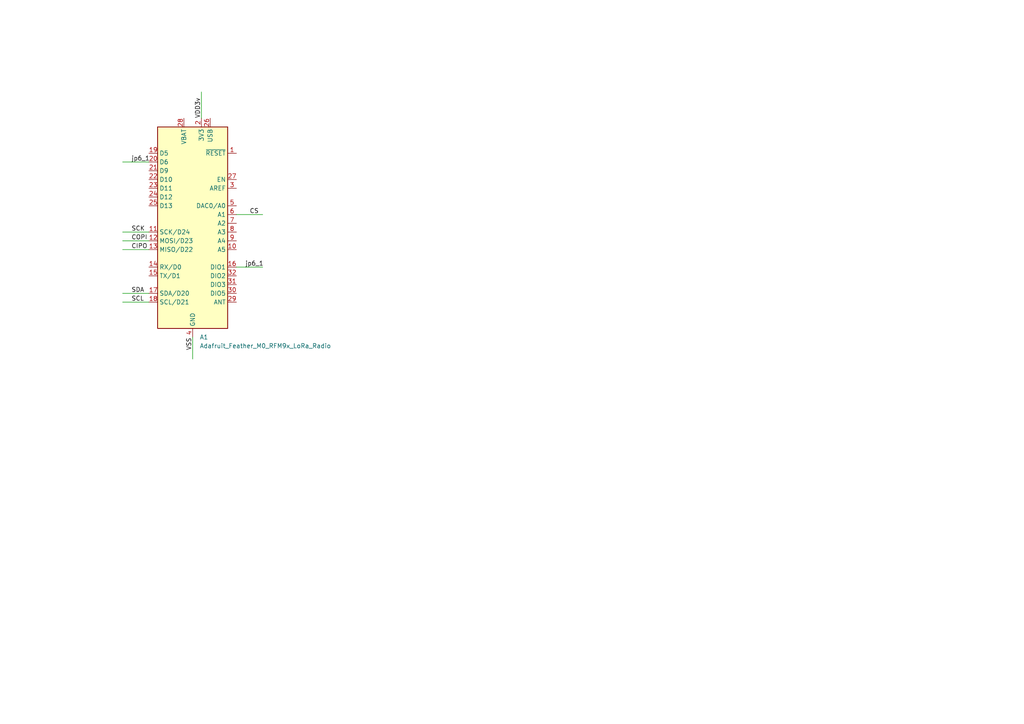
<source format=kicad_sch>
(kicad_sch (version 20211123) (generator eeschema)

  (uuid a6d1f5aa-794b-4c71-a9ef-7b4f7131babb)

  (paper "A4")

  (lib_symbols
    (symbol "MCU_Module:Adafruit_Feather_M0_RFM9x_LoRa_Radio" (in_bom yes) (on_board yes)
      (property "Reference" "A" (id 0) (at -10.16 29.21 0)
        (effects (font (size 1.27 1.27)) (justify left))
      )
      (property "Value" "Adafruit_Feather_M0_RFM9x_LoRa_Radio" (id 1) (at 2.54 -31.75 0)
        (effects (font (size 1.27 1.27)) (justify left))
      )
      (property "Footprint" "Module:Adafruit_Feather_M0_RFM" (id 2) (at 2.54 -34.29 0)
        (effects (font (size 1.27 1.27)) (justify left) hide)
      )
      (property "Datasheet" "https://cdn-learn.adafruit.com/downloads/pdf/adafruit-feather-m0-radio-with-lora-radio-module.pdf" (id 3) (at 0 -20.32 0)
        (effects (font (size 1.27 1.27)) hide)
      )
      (property "ki_keywords" "Adafruit feather microcontroller module USB M0 SAMD21 LoRa Radio" (id 4) (at 0 0 0)
        (effects (font (size 1.27 1.27)) hide)
      )
      (property "ki_description" "Microcontroller module with SAMD21 Cortex-M0 MCU and RFM9x Radio" (id 5) (at 0 0 0)
        (effects (font (size 1.27 1.27)) hide)
      )
      (property "ki_fp_filters" "Adafruit*Feather*" (id 6) (at 0 0 0)
        (effects (font (size 1.27 1.27)) hide)
      )
      (symbol "Adafruit_Feather_M0_RFM9x_LoRa_Radio_0_1"
        (rectangle (start -10.16 27.94) (end 10.16 -30.48)
          (stroke (width 0.254) (type default) (color 0 0 0 0))
          (fill (type background))
        )
      )
      (symbol "Adafruit_Feather_M0_RFM9x_LoRa_Radio_1_1"
        (pin input line (at 12.7 20.32 180) (length 2.54)
          (name "~{RESET}" (effects (font (size 1.27 1.27))))
          (number "1" (effects (font (size 1.27 1.27))))
        )
        (pin bidirectional line (at 12.7 -7.62 180) (length 2.54)
          (name "A5" (effects (font (size 1.27 1.27))))
          (number "10" (effects (font (size 1.27 1.27))))
        )
        (pin bidirectional line (at -12.7 -2.54 0) (length 2.54)
          (name "SCK/D24" (effects (font (size 1.27 1.27))))
          (number "11" (effects (font (size 1.27 1.27))))
        )
        (pin bidirectional line (at -12.7 -5.08 0) (length 2.54)
          (name "MOSI/D23" (effects (font (size 1.27 1.27))))
          (number "12" (effects (font (size 1.27 1.27))))
        )
        (pin bidirectional line (at -12.7 -7.62 0) (length 2.54)
          (name "MISO/D22" (effects (font (size 1.27 1.27))))
          (number "13" (effects (font (size 1.27 1.27))))
        )
        (pin bidirectional line (at -12.7 -12.7 0) (length 2.54)
          (name "RX/D0" (effects (font (size 1.27 1.27))))
          (number "14" (effects (font (size 1.27 1.27))))
        )
        (pin bidirectional line (at -12.7 -15.24 0) (length 2.54)
          (name "TX/D1" (effects (font (size 1.27 1.27))))
          (number "15" (effects (font (size 1.27 1.27))))
        )
        (pin bidirectional line (at 12.7 -12.7 180) (length 2.54)
          (name "DIO1" (effects (font (size 1.27 1.27))))
          (number "16" (effects (font (size 1.27 1.27))))
        )
        (pin bidirectional line (at -12.7 -20.32 0) (length 2.54)
          (name "SDA/D20" (effects (font (size 1.27 1.27))))
          (number "17" (effects (font (size 1.27 1.27))))
        )
        (pin bidirectional line (at -12.7 -22.86 0) (length 2.54)
          (name "SCL/D21" (effects (font (size 1.27 1.27))))
          (number "18" (effects (font (size 1.27 1.27))))
        )
        (pin bidirectional line (at -12.7 20.32 0) (length 2.54)
          (name "D5" (effects (font (size 1.27 1.27))))
          (number "19" (effects (font (size 1.27 1.27))))
        )
        (pin power_in line (at 2.54 30.48 270) (length 2.54)
          (name "3V3" (effects (font (size 1.27 1.27))))
          (number "2" (effects (font (size 1.27 1.27))))
        )
        (pin bidirectional line (at -12.7 17.78 0) (length 2.54)
          (name "D6" (effects (font (size 1.27 1.27))))
          (number "20" (effects (font (size 1.27 1.27))))
        )
        (pin bidirectional line (at -12.7 15.24 0) (length 2.54)
          (name "D9" (effects (font (size 1.27 1.27))))
          (number "21" (effects (font (size 1.27 1.27))))
        )
        (pin bidirectional line (at -12.7 12.7 0) (length 2.54)
          (name "D10" (effects (font (size 1.27 1.27))))
          (number "22" (effects (font (size 1.27 1.27))))
        )
        (pin bidirectional line (at -12.7 10.16 0) (length 2.54)
          (name "D11" (effects (font (size 1.27 1.27))))
          (number "23" (effects (font (size 1.27 1.27))))
        )
        (pin bidirectional line (at -12.7 7.62 0) (length 2.54)
          (name "D12" (effects (font (size 1.27 1.27))))
          (number "24" (effects (font (size 1.27 1.27))))
        )
        (pin bidirectional line (at -12.7 5.08 0) (length 2.54)
          (name "D13" (effects (font (size 1.27 1.27))))
          (number "25" (effects (font (size 1.27 1.27))))
        )
        (pin power_in line (at 5.08 30.48 270) (length 2.54)
          (name "USB" (effects (font (size 1.27 1.27))))
          (number "26" (effects (font (size 1.27 1.27))))
        )
        (pin input line (at 12.7 12.7 180) (length 2.54)
          (name "EN" (effects (font (size 1.27 1.27))))
          (number "27" (effects (font (size 1.27 1.27))))
        )
        (pin power_in line (at -2.54 30.48 270) (length 2.54)
          (name "VBAT" (effects (font (size 1.27 1.27))))
          (number "28" (effects (font (size 1.27 1.27))))
        )
        (pin bidirectional line (at 12.7 -22.86 180) (length 2.54)
          (name "ANT" (effects (font (size 1.27 1.27))))
          (number "29" (effects (font (size 1.27 1.27))))
        )
        (pin input line (at 12.7 10.16 180) (length 2.54)
          (name "AREF" (effects (font (size 1.27 1.27))))
          (number "3" (effects (font (size 1.27 1.27))))
        )
        (pin bidirectional line (at 12.7 -20.32 180) (length 2.54)
          (name "DIO5" (effects (font (size 1.27 1.27))))
          (number "30" (effects (font (size 1.27 1.27))))
        )
        (pin bidirectional line (at 12.7 -17.78 180) (length 2.54)
          (name "DIO3" (effects (font (size 1.27 1.27))))
          (number "31" (effects (font (size 1.27 1.27))))
        )
        (pin bidirectional line (at 12.7 -15.24 180) (length 2.54)
          (name "DIO2" (effects (font (size 1.27 1.27))))
          (number "32" (effects (font (size 1.27 1.27))))
        )
        (pin power_in line (at 0 -33.02 90) (length 2.54)
          (name "GND" (effects (font (size 1.27 1.27))))
          (number "4" (effects (font (size 1.27 1.27))))
        )
        (pin bidirectional line (at 12.7 5.08 180) (length 2.54)
          (name "DAC0/A0" (effects (font (size 1.27 1.27))))
          (number "5" (effects (font (size 1.27 1.27))))
        )
        (pin bidirectional line (at 12.7 2.54 180) (length 2.54)
          (name "A1" (effects (font (size 1.27 1.27))))
          (number "6" (effects (font (size 1.27 1.27))))
        )
        (pin bidirectional line (at 12.7 0 180) (length 2.54)
          (name "A2" (effects (font (size 1.27 1.27))))
          (number "7" (effects (font (size 1.27 1.27))))
        )
        (pin bidirectional line (at 12.7 -2.54 180) (length 2.54)
          (name "A3" (effects (font (size 1.27 1.27))))
          (number "8" (effects (font (size 1.27 1.27))))
        )
        (pin bidirectional line (at 12.7 -5.08 180) (length 2.54)
          (name "A4" (effects (font (size 1.27 1.27))))
          (number "9" (effects (font (size 1.27 1.27))))
        )
      )
    )
  )


  (wire (pts (xy 35.56 46.99) (xy 43.18 46.99))
    (stroke (width 0) (type default) (color 0 0 0 0))
    (uuid 02723f77-16e9-4a3b-8824-43dee1a1a861)
  )
  (wire (pts (xy 35.56 85.09) (xy 43.18 85.09))
    (stroke (width 0) (type default) (color 0 0 0 0))
    (uuid 03dd81e2-78f8-45c9-bced-22e8ebc47951)
  )
  (wire (pts (xy 35.56 87.63) (xy 43.18 87.63))
    (stroke (width 0) (type default) (color 0 0 0 0))
    (uuid 5ebff5a0-12e0-43c3-9469-9b55edbb2286)
  )
  (wire (pts (xy 35.56 67.31) (xy 43.18 67.31))
    (stroke (width 0) (type default) (color 0 0 0 0))
    (uuid 60bb1084-cd13-4996-9aa7-4f0958835db2)
  )
  (wire (pts (xy 35.56 72.39) (xy 43.18 72.39))
    (stroke (width 0) (type default) (color 0 0 0 0))
    (uuid 6811914b-4735-40b6-8219-af7633d36915)
  )
  (wire (pts (xy 68.58 77.47) (xy 76.2 77.47))
    (stroke (width 0) (type default) (color 0 0 0 0))
    (uuid 8128171b-8a39-440e-b525-15e490afe75e)
  )
  (wire (pts (xy 58.42 26.67) (xy 58.42 34.29))
    (stroke (width 0) (type default) (color 0 0 0 0))
    (uuid a01ad17b-1974-4907-9e52-9cb6a34d6105)
  )
  (wire (pts (xy 35.56 69.85) (xy 43.18 69.85))
    (stroke (width 0) (type default) (color 0 0 0 0))
    (uuid b03ea62f-94ac-4543-863c-d4c698586930)
  )
  (wire (pts (xy 55.88 97.79) (xy 55.88 104.14))
    (stroke (width 0) (type default) (color 0 0 0 0))
    (uuid bc3603f0-b8ae-4970-a38e-75e4404e7a03)
  )
  (wire (pts (xy 68.58 62.23) (xy 76.2 62.23))
    (stroke (width 0) (type default) (color 0 0 0 0))
    (uuid c49b4189-b565-4a6f-abea-5602d4987a73)
  )

  (label "VSS" (at 55.88 101.6 90)
    (effects (font (size 1.27 1.27)) (justify left bottom))
    (uuid 183d22c9-ef63-4b19-b3e6-fd1754a8a6ba)
  )
  (label "SCK" (at 38.1 67.31 0)
    (effects (font (size 1.27 1.27)) (justify left bottom))
    (uuid 1d603086-b2f9-4b3b-9220-dfea174ba26e)
  )
  (label "VDD3v" (at 58.42 34.29 90)
    (effects (font (size 1.27 1.27)) (justify left bottom))
    (uuid 39144d87-7cd4-4368-8d05-0cf29eb5c734)
  )
  (label "SCL" (at 38.1 87.63 0)
    (effects (font (size 1.27 1.27)) (justify left bottom))
    (uuid 438d3e39-523c-4804-b150-bc563b152dd0)
  )
  (label "CIPO" (at 38.1 72.39 0)
    (effects (font (size 1.27 1.27)) (justify left bottom))
    (uuid 4fdce382-c995-4ffb-8db4-266674a4c51b)
  )
  (label "SDA" (at 38.1 85.09 0)
    (effects (font (size 1.27 1.27)) (justify left bottom))
    (uuid 58fd12dc-c92b-49cb-8ae9-2ebf57823510)
  )
  (label "CS" (at 72.39 62.23 0)
    (effects (font (size 1.27 1.27)) (justify left bottom))
    (uuid 5ca304b7-5e92-4f6f-96ed-ace8e03c9820)
  )
  (label "jp6_1" (at 38.1 46.99 0)
    (effects (font (size 1.27 1.27)) (justify left bottom))
    (uuid 804c65e8-7cf5-4f9d-aef9-69bf50f9124c)
  )
  (label "COPI" (at 38.1 69.85 0)
    (effects (font (size 1.27 1.27)) (justify left bottom))
    (uuid ad0227cf-ad2e-4722-a334-bc7418bbacda)
  )
  (label "jp6_1" (at 71.12 77.47 0)
    (effects (font (size 1.27 1.27)) (justify left bottom))
    (uuid c6c9e9cc-efbc-4193-ad0a-ae3d834e92f7)
  )

  (symbol (lib_id "MCU_Module:Adafruit_Feather_M0_RFM9x_LoRa_Radio") (at 55.88 64.77 0) (unit 1)
    (in_bom yes) (on_board yes) (fields_autoplaced)
    (uuid 36d91d91-67b8-4c24-a49c-52db2c181307)
    (property "Reference" "A1" (id 0) (at 57.8994 97.79 0)
      (effects (font (size 1.27 1.27)) (justify left))
    )
    (property "Value" "Adafruit_Feather_M0_RFM9x_LoRa_Radio" (id 1) (at 57.8994 100.33 0)
      (effects (font (size 1.27 1.27)) (justify left))
    )
    (property "Footprint" "Module:Adafruit_Feather_M0_RFM" (id 2) (at 58.42 99.06 0)
      (effects (font (size 1.27 1.27)) (justify left) hide)
    )
    (property "Datasheet" "https://cdn-learn.adafruit.com/downloads/pdf/adafruit-feather-m0-radio-with-lora-radio-module.pdf" (id 3) (at 55.88 85.09 0)
      (effects (font (size 1.27 1.27)) hide)
    )
    (pin "1" (uuid 5cd1f9b9-7e18-48ea-81f9-b5a97565c3b0))
    (pin "10" (uuid d993f00f-bd85-4a7e-b89f-d6ab7a61405f))
    (pin "11" (uuid 3b67210d-55ef-4d69-9032-dc3fc52c516b))
    (pin "12" (uuid f8ab73b5-f01e-4948-abda-03295be14590))
    (pin "13" (uuid 91f19016-66aa-4d70-89a5-560b27c6d249))
    (pin "14" (uuid 2cc76c43-dd7a-4f51-a5d1-cdd396a048a6))
    (pin "15" (uuid 14528c26-a3ff-41e3-990d-f9e95adea734))
    (pin "16" (uuid 6b62fca5-9afc-4661-a8a3-35044816178c))
    (pin "17" (uuid 13d91482-ca82-4d15-9cbf-7c3bf682cd9d))
    (pin "18" (uuid dc1fd5ef-78cf-427f-a8fb-97e3b20e6da5))
    (pin "19" (uuid dec7755c-3767-4253-87a4-04865398c4c5))
    (pin "2" (uuid dc406861-1f7a-4b43-98ec-41193d34fd9f))
    (pin "20" (uuid 85b9cea7-adf6-4630-977a-51cfbc5cf9ec))
    (pin "21" (uuid 59c9ee0a-5a14-4e0a-a2f5-4b20331474e4))
    (pin "22" (uuid bc164209-393b-4bc8-85ca-214ce08648b3))
    (pin "23" (uuid f80f5202-78ba-4b4e-94fa-d44d8376b141))
    (pin "24" (uuid 8013eaa5-d43a-42bc-af13-0d488f7b07e2))
    (pin "25" (uuid 1cffa493-fdaf-45a2-81a3-501167722295))
    (pin "26" (uuid c37f93e0-23b3-4205-b24b-7f78acc97a2a))
    (pin "27" (uuid b09c8473-03a5-40c4-97fb-3530d8a5d039))
    (pin "28" (uuid 601dd0ac-68ce-4e3a-960d-4418a50e7e9e))
    (pin "29" (uuid c60f6d51-39cc-4b4d-9100-a20911e21442))
    (pin "3" (uuid 6f82a95f-0cc4-4a29-ae46-6a9116a212b2))
    (pin "30" (uuid 0eeacc55-b6e3-4521-8cee-4ce6171e1cca))
    (pin "31" (uuid 06ec382a-6569-436a-bde1-490358a2fbe8))
    (pin "32" (uuid 3781c90a-d8e1-42af-b7d1-59c9e9a071a4))
    (pin "4" (uuid 5baff6c7-d3d0-4b4e-b231-33c4bab5505f))
    (pin "5" (uuid af9c3049-37ad-4e6b-b5ac-bac948c900c2))
    (pin "6" (uuid ff951485-1696-4271-8298-367df646d5f1))
    (pin "7" (uuid bc789a85-ed8e-414f-8015-1c1fb0a40b30))
    (pin "8" (uuid c2fe2201-dab9-4b03-a8fe-92326ae59c47))
    (pin "9" (uuid 7d08423a-2322-4716-b7f2-f29481178462))
  )

  (sheet_instances
    (path "/" (page "1"))
  )

  (symbol_instances
    (path "/36d91d91-67b8-4c24-a49c-52db2c181307"
      (reference "A1") (unit 1) (value "Adafruit_Feather_M0_RFM9x_LoRa_Radio") (footprint "Module:Adafruit_Feather_M0_RFM")
    )
  )
)

</source>
